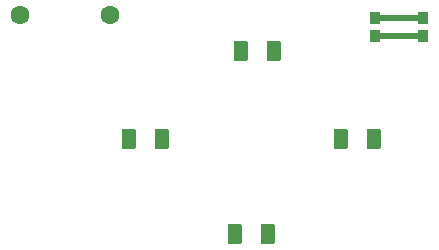
<source format=gbr>
%TF.GenerationSoftware,KiCad,Pcbnew,9.0.7*%
%TF.CreationDate,2026-02-06T18:51:04+01:00*%
%TF.ProjectId,llavero_led,6c6c6176-6572-46f5-9f6c-65642e6b6963,rev?*%
%TF.SameCoordinates,Original*%
%TF.FileFunction,Copper,L1,Top*%
%TF.FilePolarity,Positive*%
%FSLAX46Y46*%
G04 Gerber Fmt 4.6, Leading zero omitted, Abs format (unit mm)*
G04 Created by KiCad (PCBNEW 9.0.7) date 2026-02-06 18:51:04*
%MOMM*%
%LPD*%
G01*
G04 APERTURE LIST*
G04 Aperture macros list*
%AMRoundRect*
0 Rectangle with rounded corners*
0 $1 Rounding radius*
0 $2 $3 $4 $5 $6 $7 $8 $9 X,Y pos of 4 corners*
0 Add a 4 corners polygon primitive as box body*
4,1,4,$2,$3,$4,$5,$6,$7,$8,$9,$2,$3,0*
0 Add four circle primitives for the rounded corners*
1,1,$1+$1,$2,$3*
1,1,$1+$1,$4,$5*
1,1,$1+$1,$6,$7*
1,1,$1+$1,$8,$9*
0 Add four rect primitives between the rounded corners*
20,1,$1+$1,$2,$3,$4,$5,0*
20,1,$1+$1,$4,$5,$6,$7,0*
20,1,$1+$1,$6,$7,$8,$9,0*
20,1,$1+$1,$8,$9,$2,$3,0*%
G04 Aperture macros list end*
%TA.AperFunction,SMDPad,CuDef*%
%ADD10RoundRect,0.250000X-0.375000X-0.625000X0.375000X-0.625000X0.375000X0.625000X-0.375000X0.625000X0*%
%TD*%
%TA.AperFunction,ComponentPad*%
%ADD11C,1.600000*%
%TD*%
%TA.AperFunction,SMDPad,CuDef*%
%ADD12R,0.900000X1.000000*%
%TD*%
%TA.AperFunction,ViaPad*%
%ADD13C,0.600000*%
%TD*%
%TA.AperFunction,Conductor*%
%ADD14C,0.500000*%
%TD*%
G04 APERTURE END LIST*
D10*
%TO.P,D4,1,K*%
%TO.N,GND*%
X153100000Y-106000000D03*
%TO.P,D4,2,A*%
%TO.N,Net-(D1-A)*%
X155900000Y-106000000D03*
%TD*%
%TO.P,D3,1,K*%
%TO.N,GND*%
X144100000Y-114000000D03*
%TO.P,D3,2,A*%
%TO.N,Net-(D1-A)*%
X146900000Y-114000000D03*
%TD*%
%TO.P,D2,1,K*%
%TO.N,GND*%
X135100000Y-106000000D03*
%TO.P,D2,2,A*%
%TO.N,Net-(D1-A)*%
X137900000Y-106000000D03*
%TD*%
D11*
%TO.P,R1,1*%
%TO.N,Net-(R1-Pad1)*%
X133500000Y-95500000D03*
%TO.P,R1,2*%
%TO.N,Net-(D1-A)*%
X125880000Y-95500000D03*
%TD*%
D12*
%TO.P,SW1,1,1*%
%TO.N,Net-(R1-Pad1)*%
X155950000Y-95700000D03*
X160050000Y-95700000D03*
%TO.P,SW1,2,2*%
%TO.N,Net-(BT1-+)*%
X155950000Y-97300000D03*
X160050000Y-97300000D03*
%TD*%
D10*
%TO.P,D1,1,K*%
%TO.N,GND*%
X144600000Y-98500000D03*
%TO.P,D1,2,A*%
%TO.N,Net-(D1-A)*%
X147400000Y-98500000D03*
%TD*%
D13*
%TO.N,Net-(D1-A)*%
X147400000Y-98500000D03*
X155900000Y-106000000D03*
X146900000Y-114000000D03*
X137900000Y-106000000D03*
%TO.N,GND*%
X153100000Y-106000000D03*
X144100000Y-114000000D03*
X144600000Y-98500000D03*
X135100000Y-106000000D03*
%TO.N,Net-(BT1-+)*%
X158000000Y-97300000D03*
%TO.N,Net-(R1-Pad1)*%
X158000000Y-95700000D03*
%TD*%
D14*
%TO.N,Net-(BT1-+)*%
X158000000Y-97300000D02*
X160050000Y-97300000D01*
%TO.N,Net-(R1-Pad1)*%
X158000000Y-95700000D02*
X160050000Y-95700000D01*
%TO.N,Net-(BT1-+)*%
X155950000Y-97300000D02*
X158000000Y-97300000D01*
%TO.N,Net-(R1-Pad1)*%
X155950000Y-95700000D02*
X158000000Y-95700000D01*
%TO.N,Net-(BT1-+)*%
X155950000Y-97450000D02*
X156000000Y-97500000D01*
X155950000Y-97300000D02*
X155950000Y-97450000D01*
X160000000Y-97350000D02*
X160050000Y-97300000D01*
%TD*%
M02*

</source>
